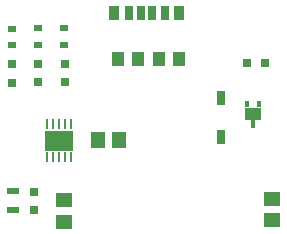
<source format=gbr>
%TF.GenerationSoftware,KiCad,Pcbnew,7.0.10-1.fc38*%
%TF.CreationDate,2024-02-18T19:40:33+00:00*%
%TF.ProjectId,usbc_power_supply_2,75736263-5f70-46f7-9765-725f73757070,rev?*%
%TF.SameCoordinates,Original*%
%TF.FileFunction,Paste,Top*%
%TF.FilePolarity,Positive*%
%FSLAX46Y46*%
G04 Gerber Fmt 4.6, Leading zero omitted, Abs format (unit mm)*
G04 Created by KiCad (PCBNEW 7.0.10-1.fc38) date 2024-02-18 19:40:33*
%MOMM*%
%LPD*%
G01*
G04 APERTURE LIST*
%ADD10R,1.450000X1.150000*%
%ADD11R,0.254000X0.812800*%
%ADD12R,2.489200X1.752600*%
%ADD13R,0.762000X1.219200*%
%ADD14R,0.799998X0.755599*%
%ADD15R,1.041400X0.558800*%
%ADD16R,1.005599X1.199998*%
%ADD17R,0.755599X0.799998*%
%ADD18R,0.304800X0.508000*%
%ADD19R,1.295400X0.990600*%
%ADD20R,0.812800X1.193800*%
%ADD21R,0.762000X1.193800*%
%ADD22R,0.711200X1.193800*%
%ADD23R,0.800000X0.600000*%
%ADD24R,1.150000X1.450000*%
G04 APERTURE END LIST*
%TO.C,Q1*%
G36*
X122232800Y-114852801D02*
G01*
X121737500Y-114852798D01*
X121737500Y-115513198D01*
X121432700Y-115513198D01*
X121432700Y-114852798D01*
X120937400Y-114852801D01*
X120937400Y-113862201D01*
X122232800Y-113862201D01*
X122232800Y-114852801D01*
G37*
%TD*%
D10*
%TO.C,C3*%
X105540000Y-121650000D03*
X105540000Y-123450000D03*
%TD*%
D11*
%TO.C,U2*%
X106160000Y-115206000D03*
X105659998Y-115206000D03*
X105159999Y-115206000D03*
X104660000Y-115206000D03*
X104159998Y-115206000D03*
X104159998Y-118000000D03*
X104660000Y-118000000D03*
X105159999Y-118000000D03*
X105659998Y-118000000D03*
X106160000Y-118000000D03*
D12*
X105159999Y-116603000D03*
%TD*%
D13*
%TO.C,U1*%
X118890000Y-116296400D03*
X118890000Y-112943600D03*
%TD*%
D14*
%TO.C,R8*%
X103030000Y-120930000D03*
X103030000Y-122485598D03*
%TD*%
%TO.C,R7*%
X101140000Y-111697799D03*
X101140000Y-110142201D03*
%TD*%
D15*
%TO.C,R6*%
X101290000Y-120840000D03*
X101290000Y-122440200D03*
%TD*%
D14*
%TO.C,R5*%
X103400000Y-110104402D03*
X103400000Y-111660000D03*
%TD*%
%TO.C,R4*%
X105630000Y-110114402D03*
X105630000Y-111670000D03*
%TD*%
D16*
%TO.C,R3*%
X111860000Y-109680000D03*
X110154402Y-109680000D03*
%TD*%
%TO.C,R2*%
X113650000Y-109670000D03*
X115355598Y-109670000D03*
%TD*%
D17*
%TO.C,R1*%
X121082201Y-109990000D03*
X122637799Y-109990000D03*
%TD*%
D18*
%TO.C,Q1*%
X122085099Y-113457500D03*
X121085101Y-113457500D03*
D19*
X121585100Y-114357501D03*
%TD*%
D20*
%TO.C,J1*%
X109820007Y-105750006D03*
D21*
X111050005Y-105750006D03*
D22*
X112070003Y-105750006D03*
X113070001Y-105750006D03*
D21*
X114089999Y-105750006D03*
D20*
X115319997Y-105750006D03*
%TD*%
D23*
%TO.C,D3*%
X101190000Y-107110000D03*
X101190000Y-108510000D03*
%TD*%
%TO.C,D2*%
X105610000Y-108480000D03*
X105610000Y-107080000D03*
%TD*%
%TO.C,D1*%
X103420000Y-107070000D03*
X103420000Y-108470000D03*
%TD*%
D24*
%TO.C,C2*%
X108460000Y-116520000D03*
X110260000Y-116520000D03*
%TD*%
D10*
%TO.C,C1*%
X123150000Y-121500000D03*
X123150000Y-123300000D03*
%TD*%
M02*

</source>
